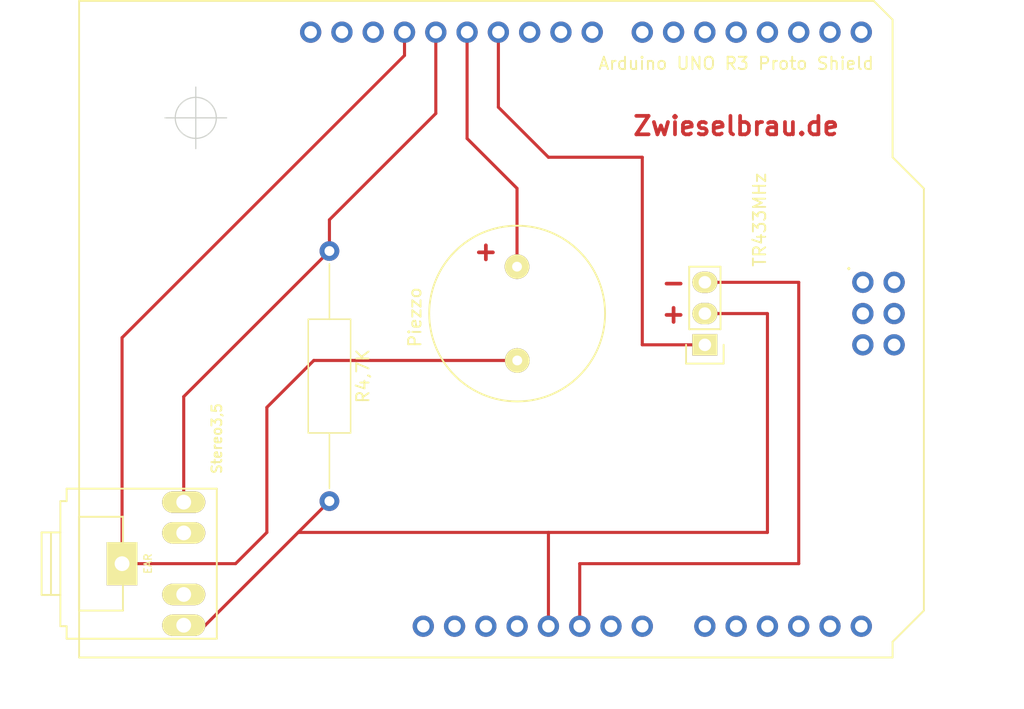
<source format=kicad_pcb>
(kicad_pcb (version 20211014) (generator pcbnew)
  (layers (0 "F.Cu" signal) (31 "B.Cu" signal) (34 "B.Paste" user) (35 "F.Paste" user) (36 "B.SilkS" user "B.Silkscreen") (37 "F.SilkS" user "F.Silkscreen") (38 "B.Mask" user) (39 "F.Mask" user) (44 "Edge.Cuts" user))
  (net 0 "")
  (footprint "myKiCadLib:PIEZO-MCKPI-G1410" (layer "F.Cu") (at 147.32 99.06 90)
    (fp_text reference "Piezzo" (at -0.3 -8.3 90) (layer "F.SilkS"))
    (fp_text value "PIEZO-MCKPI-G1410")
    (fp_circle (center 0 0) (end 7 1.4) (layer "F.SilkS") (width 0.15) (fill none))
    (pad "1" thru_hole circle locked (at -3.81 0.01 90) (size 2 2) (drill 0.8) (layers *.Cu *.Mask "F.SilkS"))
    (pad "2" thru_hole circle locked (at 3.81 -0.01 90) (size 2 2) (drill 0.8) (layers *.Cu *.Mask "F.SilkS"))
  )
  (footprint "myKiCadLib:Tayda_3.5mm_stereo_TRS_jack_A-853" (layer "F.Cu") (at 116.84 119.38 90)
    (fp_text reference "Stereo3,5" (at 10.16 6.096 90) (layer "F.SilkS") (effects (font (size 0.8 0.8))))
    (fp_text value "EAR" (at 0 0.508 90) (layer "F.SilkS") (effects (font (size 0.6 0.6) (thickness 0.1))))
    (fp_line (start 3.81 -5.08) (end 3.81 -1.524) (layer "F.SilkS") (width 0.15))
    (fp_line (start -5.08 -6.35) (end -5.08 -6.604) (layer "F.SilkS") (width 0.15))
    (fp_line (start 6.096 6.096) (end -6.096 6.096) (layer "F.SilkS") (width 0.15))
    (fp_line (start 3.81 -1.524) (end 1.778 -1.524) (layer "F.SilkS") (width 0.15))
    (fp_line (start 2.54 -6.604) (end 2.54 -8.128) (layer "F.SilkS") (width 0.15))
    (fp_line (start -3.81 -1.524) (end -3.81 -5.08) (layer "F.SilkS") (width 0.15))
    (fp_line (start -1.778 -1.524) (end -3.81 -1.524) (layer "F.SilkS") (width 0.15))
    (fp_line (start -2.54 -8.128) (end -2.54 -6.604) (layer "F.SilkS") (width 0.15))
    (fp_line (start -3.81 -5.08) (end 3.81 -5.08) (layer "F.SilkS") (width 0.15))
    (fp_line (start -6.096 6.096) (end -6.096 -6.096) (layer "F.SilkS") (width 0.15))
    (fp_line (start -2.54 -7.366) (end 2.54 -7.366) (layer "F.SilkS") (width 0.15))
    (fp_line (start 5.08 -6.604) (end 5.08 -6.096) (layer "F.SilkS") (width 0.15))
    (fp_line (start -5.08 -6.604) (end 5.08 -6.604) (layer "F.SilkS") (width 0.15))
    (fp_line (start 6.096 -6.096) (end 6.096 6.096) (layer "F.SilkS") (width 0.15))
    (fp_line (start -5.08 -6.096) (end -6.096 -6.096) (layer "F.SilkS") (width 0.15))
    (fp_line (start -5.08 -6.096) (end -5.08 -6.35) (layer "F.SilkS") (width 0.15))
    (fp_line (start -2.54 -8.128) (end 2.54 -8.128) (layer "F.SilkS") (width 0.15))
    (fp_line (start 6.096 -6.096) (end 5.08 -6.096) (layer "F.SilkS") (width 0.15))
    (pad "1" thru_hole rect locked (at 0 -1.596 90) (size 3.5 2.5) (drill 1.2) (layers *.Cu *.Mask "F.SilkS"))
    (pad "2" thru_hole oval locked (at 5 3.41 90) (size 1.75 3.5) (drill 1.2) (layers *.Cu *.Mask "F.SilkS"))
    (pad "3" thru_hole oval locked (at 2.5 3.41 90) (size 1.75 3.5) (drill 1.2) (layers *.Cu *.Mask "F.SilkS"))
    (pad "4" thru_hole oval locked (at -2.5 3.41 90) (size 1.75 3.5) (drill 1.2) (layers *.Cu *.Mask "F.SilkS"))
    (pad "5" thru_hole oval locked (at -5 3.41 90) (size 1.75 3.5) (drill 1.2) (layers *.Cu *.Mask "F.SilkS"))
  )
  (footprint "Resistor_THT:R_Axial_DIN0309_L9.0mm_D3.2mm_P20.32mm_Horizontal" (layer "F.Cu") (at 132.08 93.98 -90)
    (fp_text reference "R4,7K" (at 10.16 -2.72 90) (layer "F.SilkS"))
    (fp_text value "R_Axial_DIN0309_L9.0mm_D3.2mm_P20.32mm_Horizontal")
    (fp_line (start 5.54 1.72) (end 14.78 1.72) (layer "F.SilkS") (width 0.12))
    (fp_line (start 19.28 0) (end 14.78 0) (layer "F.SilkS") (width 0.12))
    (fp_line (start 5.54 -1.72) (end 5.54 1.72) (layer "F.SilkS") (width 0.12))
    (fp_line (start 1.04 0) (end 5.54 0) (layer "F.SilkS") (width 0.12))
    (fp_line (start 14.78 1.72) (end 14.78 -1.72) (layer "F.SilkS") (width 0.12))
    (fp_line (start 14.78 -1.72) (end 5.54 -1.72) (layer "F.SilkS") (width 0.12))
    (pad "1" thru_hole circle (at 0 0 270) (size 1.6 1.6) (drill 0.8) (layers *.Cu *.Mask))
    (pad "2" thru_hole oval (at 20.32 0 270) (size 1.6 1.6) (drill 0.8) (layers *.Cu *.Mask))
  )
  (footprint "myKiCadLib:Arduino_Uno_Shield" (layer "F.Cu") (at 111.76 127)
    (fp_text reference "Arduino UNO R3 Proto Shield" (at 53.34 -48.26) (layer "F.SilkS"))
    (fp_text value "Arduino_Uno_Shield")
    (fp_text user "." (at 62.484 -32.004) (layer "F.SilkS"))
    (fp_line (start 66.04 -1.27) (end 68.58 -3.81) (layer "F.SilkS") (width 0.15))
    (fp_line (start 68.58 -38.1) (end 66.04 -40.64) (layer "F.SilkS") (width 0.15))
    (fp_line (start 64.516 -53.34) (end 66.04 -51.816) (layer "F.SilkS") (width 0.15))
    (fp_line (start 68.58 -3.81) (end 68.58 -38.1) (layer "F.SilkS") (width 0.15))
    (fp_line (start 0 0) (end 66.04 0) (layer "F.SilkS") (width 0.15))
    (fp_line (start 0 -53.34) (end 0 0) (layer "F.SilkS") (width 0.15))
    (fp_line (start 66.04 0) (end 66.04 -1.27) (layer "F.SilkS") (width 0.15))
    (fp_line (start 0 -53.34) (end 64.516 -53.34) (layer "F.SilkS") (width 0.15))
    (fp_line (start 66.04 -40.64) (end 66.04 -51.816) (layer "F.SilkS") (width 0.15))
    (pad "" np_thru_hole circle locked (at 15.24 -50.8) (size 3.2 3.2) (drill 3.2) (layers *.Cu *.Mask))
    (pad "" np_thru_hole circle locked (at 66.04 -7.62) (size 3.2 3.2) (drill 3.2) (layers *.Cu *.Mask))
    (pad "" np_thru_hole circle locked (at 13.97 -2.54) (size 3.2 3.2) (drill 3.2) (layers *.Cu *.Mask))
    (pad "" thru_hole oval locked (at 27.94 -2.54) (size 1.7272 1.7272) (drill 1.016) (layers *.Cu *.Mask))
    (pad "" np_thru_hole circle locked (at 66.04 -35.56) (size 3.2 3.2) (drill 3.2) (layers *.Cu *.Mask))
    (pad "3V3" thru_hole oval locked (at 35.56 -2.54) (size 1.7272 1.7272) (drill 1.016) (layers *.Cu *.Mask))
    (pad "5V1" thru_hole oval locked (at 38.1 -2.54) (size 1.7272 1.7272) (drill 1.016) (layers *.Cu *.Mask))
    (pad "5V2" thru_hole oval locked (at 66.167 -30.48) (size 1.7272 1.7272) (drill 1.016) (layers *.Cu *.Mask))
    (pad "A0" thru_hole oval locked (at 50.8 -2.54) (size 1.7272 1.7272) (drill 1.016) (layers *.Cu *.Mask))
    (pad "A1" thru_hole oval locked (at 53.34 -2.54) (size 1.7272 1.7272) (drill 1.016) (layers *.Cu *.Mask))
    (pad "A2" thru_hole oval locked (at 55.88 -2.54) (size 1.7272 1.7272) (drill 1.016) (layers *.Cu *.Mask))
    (pad "A3" thru_hole oval locked (at 58.42 -2.54) (size 1.7272 1.7272) (drill 1.016) (layers *.Cu *.Mask))
    (pad "A4" thru_hole oval locked (at 60.96 -2.54) (size 1.7272 1.7272) (drill 1.016) (layers *.Cu *.Mask))
    (pad "A5" thru_hole oval locked (at 63.5 -2.54) (size 1.7272 1.7272) (drill 1.016) (layers *.Cu *.Mask))
    (pad "AREF" thru_hole oval locked (at 23.876 -50.8) (size 1.7272 1.7272) (drill 1.016) (layers *.Cu *.Mask))
    (pad "D0" thru_hole oval locked (at 63.5 -50.8) (size 1.7272 1.7272) (drill 1.016) (layers *.Cu *.Mask))
    (pad "D1" thru_hole oval locked (at 60.96 -50.8) (size 1.7272 1.7272) (drill 1.016) (layers *.Cu *.Mask))
    (pad "D2" thru_hole oval locked (at 58.42 -50.8) (size 1.7272 1.7272) (drill 1.016) (layers *.Cu *.Mask))
    (pad "D3" thru_hole oval locked (at 55.88 -50.8) (size 1.7272 1.7272) (drill 1.016) (layers *.Cu *.Mask))
    (pad "D4" thru_hole oval locked (at 53.34 -50.8) (size 1.7272 1.7272) (drill 1.016) (layers *.Cu *.Mask))
    (pad "D5" thru_hole oval locked (at 50.8 -50.8) (size 1.7272 1.7272) (drill 1.016) (layers *.Cu *.Mask))
    (pad "D6" thru_hole oval locked (at 48.26 -50.8) (size 1.7272 1.7272) (drill 1.016) (layers *.Cu *.Mask))
    (pad "D7" thru_hole oval locked (at 45.72 -50.8) (size 1.7272 1.7272) (drill 1.016) (layers *.Cu *.Mask))
    (pad "D8" thru_hole oval locked (at 41.656 -50.8) (size 1.7272 1.7272) (drill 1.016) (layers *.Cu *.Mask))
    (pad "D9" thru_hole oval locked (at 39.116 -50.8) (size 1.7272 1.7272) (drill 1.016) (layers *.Cu *.Mask))
    (pad "D10" thru_hole oval locked (at 36.576 -50.8) (size 1.7272 1.7272) (drill 1.016) (layers *.Cu *.Mask))
    (pad "D11" thru_hole oval locked (at 34.036 -50.8) (size 1.7272 1.7272) (drill 1.016) (layers *.Cu *.Mask))
    (pad "D12" thru_hole oval locked (at 31.496 -50.8) (size 1.7272 1.7272) (drill 1.016) (layers *.Cu *.Mask))
    (pad "D13" thru_hole oval locked (at 28.956 -50.8) (size 1.7272 1.7272) (drill 1.016) (layers *.Cu *.Mask))
    (pad "GND1" thru_hole oval locked (at 26.416 -50.8) (size 1.7272 1.7272) (drill 1.016) (layers *.Cu *.Mask))
    (pad "GND2" thru_hole oval locked (at 40.64 -2.54) (size 1.7272 1.7272) (drill 1.016) (layers *.Cu *.Mask))
    (pad "GND3" thru_hole oval locked (at 43.18 -2.54) (size 1.7272 1.7272) (drill 1.016) (layers *.Cu *.Mask))
    (pad "GND4" thru_hole oval locked (at 66.167 -25.4) (size 1.7272 1.7272) (drill 1.016) (layers *.Cu *.Mask))
    (pad "IORF" thru_hole oval locked (at 30.48 -2.54) (size 1.7272 1.7272) (drill 1.016) (layers *.Cu *.Mask))
    (pad "MISO" thru_hole oval locked (at 63.627 -30.48) (size 1.7272 1.7272) (drill 1.016) (layers *.Cu *.Mask))
    (pad "MOSI" thru_hole oval locked (at 66.167 -27.94) (size 1.7272 1.7272) (drill 1.016) (layers *.Cu *.Mask))
    (pad "RST1" thru_hole oval locked (at 33.02 -2.54) (size 1.7272 1.7272) (drill 1.016) (layers *.Cu *.Mask))
    (pad "RST2" thru_hole oval locked (at 63.627 -25.4) (size 1.7272 1.7272) (drill 1.016) (layers *.Cu *.Mask))
    (pad "SCK" thru_hole oval locked (at 63.627 -27.94) (size 1.7272 1.7272) (drill 1.016) (layers *.Cu *.Mask))
    (pad "SCL" thru_hole oval locked (at 18.796 -50.8) (size 1.7272 1.7272) (drill 1.016) (layers *.Cu *.Mask))
    (pad "SDA" thru_hole oval locked (at 21.336 -50.8) (size 1.7272 1.7272) (drill 1.016) (layers *.Cu *.Mask))
    (pad "VIN" thru_hole oval locked (at 45.72 -2.54) (size 1.7272 1.7272) (drill 1.016) (layers *.Cu *.Mask))
  )
  (footprint "myKiCadLib:RF_Transmitter_433_MHz" (layer "F.Cu") (at 162.56 99.06 90)
    (fp_text reference "TR433MHz" (at 7.62 4.445 90) (layer "F.SilkS"))
    (fp_text value "RF_Transmitter_433_MHz")
    (fp_line (start 3.81 -1.27) (end 3.81 1.27) (layer "F.SilkS") (width 0.15))
    (fp_line (start 3.81 1.27) (end -1.27 1.27) (layer "F.SilkS") (width 0.15))
    (fp_line (start -4.064 -1.524) (end -4.064 1.524) (layer "F.SilkS") (width 0.15))
    (fp_line (start -2.54 -1.524) (end -4.064 -1.524) (layer "F.SilkS") (width 0.15))
    (fp_line (start -1.27 -1.27) (end 3.81 -1.27) (layer "F.SilkS") (width 0.15))
    (fp_line (start -4.064 1.524) (end -2.54 1.524) (layer "F.SilkS") (width 0.15))
    (fp_line (start -1.27 1.27) (end -1.27 -1.27) (layer "F.SilkS") (width 0.15))
    (pad "1" thru_hole rect locked (at -2.54 0 180) (size 2.032 1.7272) (drill 1.016) (layers *.Cu *.Mask "F.SilkS"))
    (pad "2" thru_hole oval locked (at 0 0 180) (size 2.032 1.7272) (drill 1.016) (layers *.Cu *.Mask "F.SilkS"))
    (pad "3" thru_hole oval locked (at 2.54 0 180) (size 2.032 1.7272) (drill 1.016) (layers *.Cu *.Mask "F.SilkS"))
  )
  (gr_text "+" (at 160.02 99.06) (layer "F.Cu") (effects (font (size 1.5 1.5) (thickness 0.3))))
  (gr_text "+" (at 144.78 93.98) (layer "F.Cu") (effects (font (size 1.5 1.5) (thickness 0.3))))
  (gr_text "-" (at 160.02 96.52) (layer "F.Cu") (effects (font (size 1.5 1.5) (thickness 0.3))))
  (gr_text "Zwieselbrau.de" (at 165.1 83.82) (layer "F.Cu") (effects (font (size 1.5 1.5) (thickness 0.3))))
  (target plus (at 121.23 83.16) (size 5) (width 0.1) (layer "Edge.Cuts"))
  (segment (start 127 106.68) (end 127 116.84) (width 0.25) (layer "F.Cu") (net 0))
  (segment (start 138.176 78.088) (end 115.244 101.02) (width 0.25) (layer "F.Cu") (net 0))
  (segment (start 127 116.84) (end 124.46 119.38) (width 0.25) (layer "F.Cu") (net 0))
  (segment (start 132.08 93.98) (end 132.08 91.44) (width 0.25) (layer "F.Cu") (net 0))
  (segment (start 122 124.38) (end 120.25 124.38) (width 0.25) (layer "F.Cu") (net 0))
  (segment (start 149.86 116.84) (end 149.86 124.46) (width 0.25) (layer "F.Cu") (net 0))
  (segment (start 129.54 116.84) (end 167.64 116.84) (width 0.25) (layer "F.Cu") (net 0))
  (segment (start 122 124.38) (end 132.08 114.3) (width 0.25) (layer "F.Cu") (net 0))
  (segment (start 157.48 86.36) (end 157.48 101.6) (width 0.25) (layer "F.Cu") (net 0))
  (segment (start 132.08 93.98) (end 120.25 105.81) (width 0.25) (layer "F.Cu") (net 0))
  (segment (start 170.18 119.38) (end 152.4 119.38) (width 0.25) (layer "F.Cu") (net 0))
  (segment (start 167.64 116.84) (end 167.64 99.06) (width 0.25) (layer "F.Cu") (net 0))
  (segment (start 170.18 119.38) (end 170.18 96.52) (width 0.25) (layer "F.Cu") (net 0))
  (segment (start 130.81 102.87) (end 127 106.68) (width 0.25) (layer "F.Cu") (net 0))
  (segment (start 145.796 76.2) (end 145.796 82.296) (width 0.25) (layer "F.Cu") (net 0))
  (segment (start 147.33 102.87) (end 130.81 102.87) (width 0.25) (layer "F.Cu") (net 0))
  (segment (start 115.244 101.02) (end 115.244 119.38) (width 0.25) (layer "F.Cu") (net 0))
  (segment (start 140.716 82.804) (end 140.716 76.2) (width 0.25) (layer "F.Cu") (net 0))
  (segment (start 132.08 91.44) (end 140.716 82.804) (width 0.25) (layer "F.Cu") (net 0))
  (segment (start 149.86 86.36) (end 157.48 86.36) (width 0.25) (layer "F.Cu") (net 0))
  (segment (start 170.18 96.52) (end 162.56 96.52) (width 0.25) (layer "F.Cu") (net 0))
  (segment (start 147.31 95.25) (end 147.31 88.89) (width 0.25) (layer "F.Cu") (net 0))
  (segment (start 138.176 76.2) (end 138.176 78.088) (width 0.25) (layer "F.Cu") (net 0))
  (segment (start 145.796 82.296) (end 149.86 86.36) (width 0.25) (layer "F.Cu") (net 0))
  (segment (start 120.33 124.46) (end 121.92 124.46) (width 0.25) (layer "F.Cu") (net 0))
  (segment (start 152.4 119.38) (end 152.4 124.46) (width 0.25) (layer "F.Cu") (net 0))
  (segment (start 167.64 99.06) (end 162.56 99.06) (width 0.25) (layer "F.Cu") (net 0))
  (segment (start 120.25 105.81) (end 120.25 114.38) (width 0.25) (layer "F.Cu") (net 0))
  (segment (start 147.31 88.89) (end 143.256 84.836) (width 0.25) (layer "F.Cu") (net 0))
  (segment (start 143.256 84.836) (end 143.256 76.2) (width 0.25) (layer "F.Cu") (net 0))
  (segment (start 157.48 101.6) (end 162.56 101.6) (width 0.25) (layer "F.Cu") (net 0))
  (segment (start 124.46 119.38) (end 115.244 119.38) (width 0.25) (layer "F.Cu") (net 0))
)
</source>
